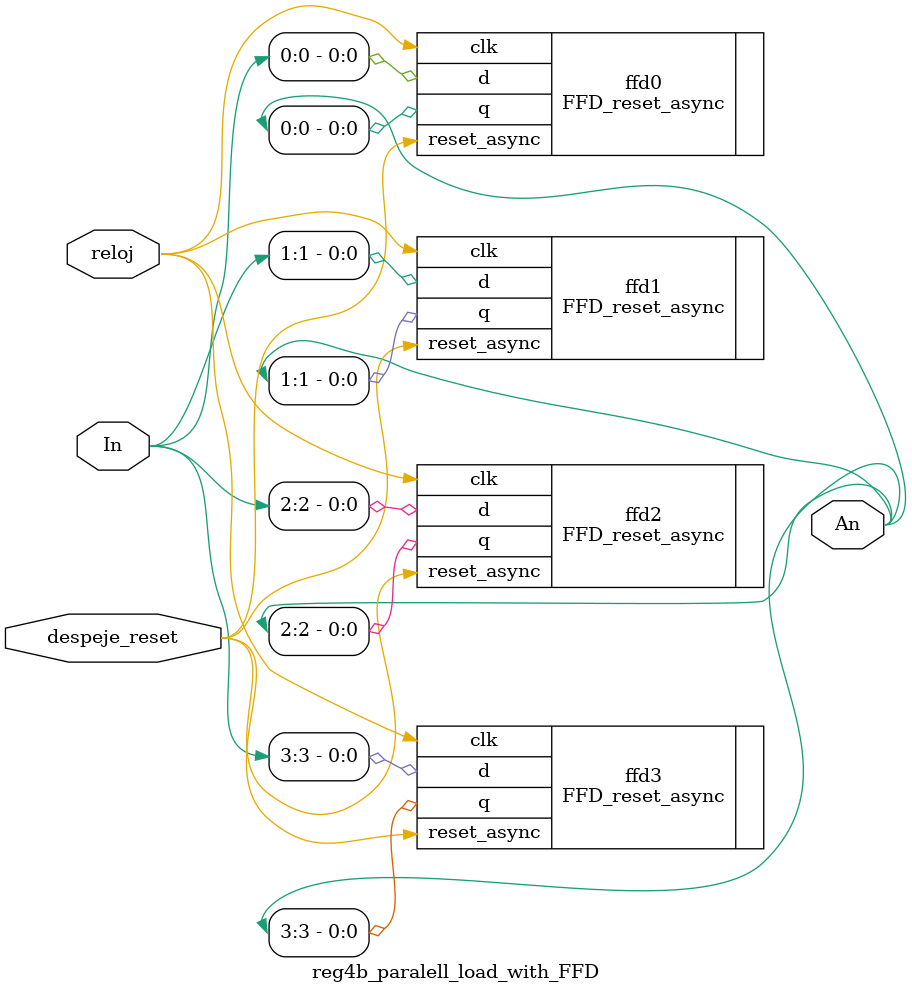
<source format=v>
`include "FFD_reset_async.v"

module reg4b_paralell_load_with_FFD(
    input reloj, despeje_reset,
    input [3:0] In,
    output [3:0] An
);

    // Instanciación de 4's - FFD
    FFD_reset_async 
        ffd0(.clk(reloj), .reset_async(despeje_reset), .d(In[0]), .q(An[0])), 
        ffd1(.clk(reloj), .reset_async(despeje_reset), .d(In[1]), .q(An[1])), 
        ffd2(.clk(reloj), .reset_async(despeje_reset), .d(In[2]), .q(An[2])), 
        ffd3(.clk(reloj), .reset_async(despeje_reset), .d(In[3]), .q(An[3]));

endmodule
</source>
